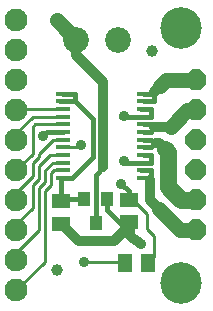
<source format=gbr>
G04 EAGLE Gerber RS-274X export*
G75*
%MOMM*%
%FSLAX34Y34*%
%LPD*%
%INTop Copper*%
%IPPOS*%
%AMOC8*
5,1,8,0,0,1.08239X$1,22.5*%
G01*
%ADD10R,1.200000X0.400000*%
%ADD11C,2.184400*%
%ADD12R,1.000000X1.200000*%
%ADD13R,1.500000X1.300000*%
%ADD14C,1.000000*%
%ADD15C,3.516000*%
%ADD16C,1.930400*%
%ADD17P,1.924489X8X202.500000*%
%ADD18R,1.300000X1.500000*%
%ADD19C,0.812800*%
%ADD20C,1.270000*%
%ADD21C,0.406400*%
%ADD22C,0.906400*%
%ADD23C,0.254000*%
%ADD24C,1.422400*%


D10*
X133260Y114110D03*
X133260Y120610D03*
X133260Y127110D03*
X133260Y133610D03*
X133260Y140110D03*
X133260Y146610D03*
X133260Y153110D03*
X133260Y159610D03*
X133260Y166110D03*
X133260Y172610D03*
X133260Y179110D03*
X133260Y185610D03*
X64860Y185610D03*
X64860Y179110D03*
X64860Y172610D03*
X64860Y166110D03*
X64860Y159610D03*
X64860Y153110D03*
X64860Y146610D03*
X64860Y140110D03*
X64860Y133610D03*
X64860Y127110D03*
X64860Y120610D03*
X64860Y114110D03*
D11*
X75980Y231140D03*
X110980Y231140D03*
D12*
X92470Y76360D03*
X82970Y96360D03*
X101970Y96360D03*
D13*
X120650Y95620D03*
X120650Y76620D03*
D14*
X59500Y35950D03*
X139810Y221740D03*
D15*
X165100Y241300D03*
X165100Y25400D03*
D16*
X25400Y247650D03*
X25400Y222250D03*
X25400Y196850D03*
X25400Y171450D03*
X25400Y146050D03*
X25400Y120650D03*
X25400Y95250D03*
X25400Y69850D03*
X25400Y44450D03*
X25400Y19050D03*
D17*
X177800Y69850D03*
X177800Y95250D03*
X177800Y120650D03*
X177800Y146050D03*
X177800Y171450D03*
X177800Y196850D03*
D13*
X63500Y94590D03*
X63500Y75590D03*
D18*
X117500Y41910D03*
X136500Y41910D03*
D19*
X99060Y123190D02*
X99060Y195580D01*
X75980Y218660D01*
X75980Y231140D01*
D20*
X59470Y247650D01*
D21*
X99060Y123190D02*
X92470Y116600D01*
X92470Y76360D01*
X74930Y185610D02*
X64860Y185610D01*
X74930Y185610D02*
X74930Y179070D01*
X62320Y179070D01*
X64860Y179110D01*
X64860Y114110D02*
X72200Y114110D01*
X90170Y132080D01*
X90170Y163830D01*
X74930Y179070D01*
X64860Y114110D02*
X63500Y112750D01*
X63500Y94590D01*
X65270Y96360D01*
X82970Y96360D01*
D22*
X80010Y142240D03*
D23*
X77880Y140110D01*
X64860Y140110D01*
D21*
X120650Y102870D02*
X120650Y95620D01*
X120650Y102870D02*
X114300Y109220D01*
D22*
X114300Y109220D03*
D23*
X120650Y95620D02*
X124090Y95620D01*
X135890Y83820D01*
X135890Y71120D01*
X142240Y64770D01*
X142240Y47650D01*
X136500Y41910D01*
X64860Y133610D02*
X53600Y133610D01*
X44450Y124460D01*
X44450Y113030D01*
X39370Y107950D01*
X39370Y88900D01*
X25400Y74930D01*
X25400Y69850D01*
X55990Y127110D02*
X64860Y127110D01*
X55990Y127110D02*
X49530Y120650D01*
X49530Y110490D01*
X44450Y105410D01*
X44450Y69850D01*
X25400Y50800D01*
X25400Y44450D01*
X57110Y120610D02*
X64860Y120610D01*
X57110Y120610D02*
X54610Y118110D01*
X54610Y107950D01*
X49530Y102870D01*
X49530Y43180D01*
X25400Y19050D01*
X56440Y146610D02*
X64860Y146610D01*
X56440Y146610D02*
X44450Y134620D01*
X44450Y132080D01*
X39370Y127000D01*
X39370Y115570D01*
X25400Y101600D01*
X25400Y95250D01*
D22*
X82550Y43180D03*
D23*
X116230Y43180D01*
X117500Y41910D01*
X64860Y159610D02*
X41500Y159610D01*
X39370Y157480D01*
X39370Y134620D01*
X25400Y120650D01*
X39110Y166110D02*
X64860Y166110D01*
X39110Y166110D02*
X25400Y152400D01*
X25400Y146050D01*
X26560Y172610D02*
X64860Y172610D01*
X26560Y172610D02*
X25400Y171450D01*
D21*
X139700Y120650D02*
X139700Y114110D01*
X139700Y120650D02*
X130720Y120650D01*
X133260Y120610D01*
D19*
X138430Y112201D02*
X138430Y95250D01*
X146050Y87630D01*
D20*
X163830Y69850D01*
X177800Y69850D01*
D23*
X138430Y114110D02*
X133260Y114110D01*
X138430Y114110D02*
X138430Y112201D01*
X138430Y114110D02*
X139700Y114110D01*
D21*
X139700Y140110D02*
X133260Y140110D01*
X139700Y140110D02*
X143510Y143510D01*
X139700Y146610D01*
X133260Y146610D01*
D19*
X143510Y143510D02*
X146050Y143510D01*
X151130Y138430D01*
D24*
X153670Y135890D01*
X153670Y106680D01*
X165100Y95250D01*
X177800Y95250D01*
D21*
X139700Y185610D02*
X133260Y185610D01*
X139700Y185610D02*
X142240Y186690D01*
X142240Y179110D01*
X133260Y179110D01*
D19*
X142240Y186690D02*
X147320Y191770D01*
D20*
X152400Y196850D01*
X177800Y196850D01*
D21*
X139700Y159610D02*
X133260Y159610D01*
X139700Y159610D02*
X142240Y157480D01*
X139700Y153110D01*
X133260Y153110D01*
D20*
X170180Y171450D02*
X177800Y171450D01*
X170180Y171450D02*
X156210Y157480D01*
D19*
X142240Y157480D01*
D22*
X130810Y58420D03*
D19*
X121500Y65190D01*
X120650Y76620D01*
D21*
X130720Y127000D02*
X133260Y127110D01*
X130720Y127000D02*
X139700Y127000D01*
X139700Y133610D01*
X133260Y133610D01*
X130720Y127000D02*
X118110Y127000D01*
X116840Y128270D01*
D22*
X116840Y128270D03*
D21*
X133260Y166110D02*
X139700Y166110D01*
X139700Y172720D01*
X130720Y172720D01*
X133260Y172610D01*
X133260Y166110D02*
X114040Y166110D01*
X116840Y166370D01*
D22*
X116840Y166370D03*
D21*
X64860Y153110D02*
X51360Y153110D01*
X48260Y149860D01*
D22*
X48260Y149860D03*
D19*
X63500Y75590D02*
X78130Y60960D01*
X107950Y60960D01*
X120650Y73660D01*
D21*
X101970Y87260D02*
X101970Y96360D01*
X101970Y87260D02*
X113030Y76200D01*
X120230Y76200D01*
D23*
X120650Y76620D02*
X120650Y73660D01*
X120230Y76200D02*
X120650Y76620D01*
M02*

</source>
